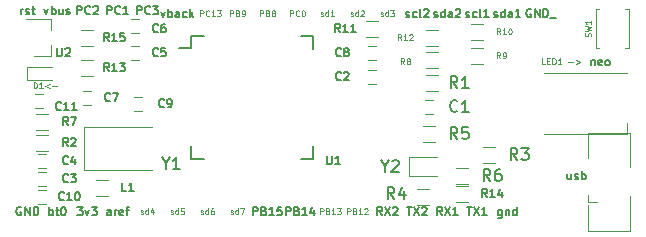
<source format=gbr>
G04 #@! TF.FileFunction,Legend,Top*
%FSLAX46Y46*%
G04 Gerber Fmt 4.6, Leading zero omitted, Abs format (unit mm)*
G04 Created by KiCad (PCBNEW 4.0.6) date 07/20/17 20:23:09*
%MOMM*%
%LPD*%
G01*
G04 APERTURE LIST*
%ADD10C,0.100000*%
%ADD11C,0.120000*%
%ADD12C,0.150000*%
%ADD13C,0.125000*%
G04 APERTURE END LIST*
D10*
D11*
X184816000Y-82712000D02*
X185516000Y-82712000D01*
X185516000Y-83912000D02*
X184816000Y-83912000D01*
X179990000Y-80172000D02*
X180690000Y-80172000D01*
X180690000Y-81372000D02*
X179990000Y-81372000D01*
X152050000Y-88808000D02*
X152750000Y-88808000D01*
X152750000Y-90008000D02*
X152050000Y-90008000D01*
X152050000Y-87284000D02*
X152750000Y-87284000D01*
X152750000Y-88484000D02*
X152050000Y-88484000D01*
X159924000Y-78140000D02*
X160624000Y-78140000D01*
X160624000Y-79340000D02*
X159924000Y-79340000D01*
X159924000Y-75854000D02*
X160624000Y-75854000D01*
X160624000Y-77054000D02*
X159924000Y-77054000D01*
X155860000Y-81950000D02*
X156560000Y-81950000D01*
X156560000Y-83150000D02*
X155860000Y-83150000D01*
X179990000Y-78140000D02*
X180690000Y-78140000D01*
X180690000Y-79340000D02*
X179990000Y-79340000D01*
X160178000Y-82458000D02*
X160878000Y-82458000D01*
X160878000Y-83658000D02*
X160178000Y-83658000D01*
X151100000Y-79948000D02*
X151100000Y-81088000D01*
X151100000Y-81088000D02*
X153200000Y-81088000D01*
X151100000Y-79948000D02*
X153200000Y-79948000D01*
X156980000Y-89490000D02*
X157980000Y-89490000D01*
X157980000Y-90850000D02*
X156980000Y-90850000D01*
X185920000Y-81960000D02*
X184920000Y-81960000D01*
X184920000Y-80600000D02*
X185920000Y-80600000D01*
X152900000Y-87040000D02*
X151900000Y-87040000D01*
X151900000Y-85680000D02*
X152900000Y-85680000D01*
X189746000Y-86696000D02*
X190746000Y-86696000D01*
X190746000Y-88056000D02*
X189746000Y-88056000D01*
X185666000Y-86278000D02*
X184666000Y-86278000D01*
X184666000Y-84918000D02*
X185666000Y-84918000D01*
X188460000Y-91358000D02*
X187460000Y-91358000D01*
X187460000Y-89998000D02*
X188460000Y-89998000D01*
X152900000Y-85262000D02*
X151900000Y-85262000D01*
X151900000Y-83902000D02*
X152900000Y-83902000D01*
X185920000Y-80055000D02*
X184920000Y-80055000D01*
X184920000Y-78695000D02*
X185920000Y-78695000D01*
X189730000Y-79674000D02*
X188730000Y-79674000D01*
X188730000Y-78314000D02*
X189730000Y-78314000D01*
X189730000Y-77642000D02*
X188730000Y-77642000D01*
X188730000Y-76282000D02*
X189730000Y-76282000D01*
X180840000Y-77388000D02*
X179840000Y-77388000D01*
X179840000Y-76028000D02*
X180840000Y-76028000D01*
X185920000Y-78150000D02*
X184920000Y-78150000D01*
X184920000Y-76790000D02*
X185920000Y-76790000D01*
D12*
X165005000Y-77375000D02*
X165005000Y-78375000D01*
X175355000Y-77375000D02*
X175355000Y-78450000D01*
X175355000Y-87725000D02*
X175355000Y-86650000D01*
X165005000Y-87725000D02*
X165005000Y-86650000D01*
X165005000Y-77375000D02*
X166080000Y-77375000D01*
X165005000Y-87725000D02*
X166080000Y-87725000D01*
X175355000Y-87725000D02*
X174280000Y-87725000D01*
X175355000Y-77375000D02*
X174280000Y-77375000D01*
X165005000Y-78375000D02*
X163980000Y-78375000D01*
D11*
X153160000Y-79050000D02*
X153160000Y-78120000D01*
X153160000Y-75890000D02*
X153160000Y-76820000D01*
X153160000Y-75890000D02*
X151000000Y-75890000D01*
X153160000Y-79050000D02*
X151700000Y-79050000D01*
X201760000Y-78358000D02*
X202060000Y-78358000D01*
X202060000Y-78358000D02*
X202060000Y-75058000D01*
X202060000Y-75058000D02*
X201760000Y-75058000D01*
X199560000Y-78358000D02*
X199260000Y-78358000D01*
X199260000Y-78358000D02*
X199260000Y-75058000D01*
X199260000Y-75058000D02*
X199560000Y-75058000D01*
X194874000Y-80458000D02*
X201874000Y-80458000D01*
X194874000Y-85658000D02*
X201874000Y-85658000D01*
X201874000Y-85658000D02*
X201874000Y-84658000D01*
X156710000Y-80690000D02*
X155710000Y-80690000D01*
X155710000Y-79330000D02*
X156710000Y-79330000D01*
X152750000Y-91532000D02*
X152050000Y-91532000D01*
X152050000Y-90332000D02*
X152750000Y-90332000D01*
X151796000Y-82204000D02*
X152496000Y-82204000D01*
X152496000Y-83404000D02*
X151796000Y-83404000D01*
X187460000Y-88474000D02*
X188460000Y-88474000D01*
X188460000Y-89834000D02*
X187460000Y-89834000D01*
X161704000Y-85068000D02*
X155954000Y-85068000D01*
X155954000Y-85068000D02*
X155954000Y-88668000D01*
X155954000Y-88668000D02*
X161704000Y-88668000D01*
X185858000Y-87592000D02*
X183458000Y-87592000D01*
X183458000Y-87592000D02*
X183458000Y-89192000D01*
X183458000Y-89192000D02*
X185858000Y-89192000D01*
X185158000Y-91612000D02*
X184158000Y-91612000D01*
X184158000Y-90252000D02*
X185158000Y-90252000D01*
X199331000Y-91362000D02*
X198581000Y-91362000D01*
X198581000Y-91362000D02*
X198581000Y-90762000D01*
X198581000Y-91662000D02*
X198581000Y-93812000D01*
X198581000Y-85512000D02*
X202131000Y-85512000D01*
X202131000Y-93812000D02*
X202131000Y-90912000D01*
X198581000Y-93812000D02*
X202131000Y-93812000D01*
X202131000Y-85512000D02*
X202131000Y-88412000D01*
X198581000Y-87662000D02*
X198581000Y-85512000D01*
X156710000Y-78150000D02*
X155710000Y-78150000D01*
X155710000Y-76790000D02*
X156710000Y-76790000D01*
D12*
X193764000Y-75088000D02*
X193697334Y-75054667D01*
X193597334Y-75054667D01*
X193497334Y-75088000D01*
X193430667Y-75154667D01*
X193397334Y-75221333D01*
X193364000Y-75354667D01*
X193364000Y-75454667D01*
X193397334Y-75588000D01*
X193430667Y-75654667D01*
X193497334Y-75721333D01*
X193597334Y-75754667D01*
X193664000Y-75754667D01*
X193764000Y-75721333D01*
X193797334Y-75688000D01*
X193797334Y-75454667D01*
X193664000Y-75454667D01*
X194097334Y-75754667D02*
X194097334Y-75054667D01*
X194497334Y-75754667D01*
X194497334Y-75054667D01*
X194830667Y-75754667D02*
X194830667Y-75054667D01*
X194997333Y-75054667D01*
X195097333Y-75088000D01*
X195164000Y-75154667D01*
X195197333Y-75221333D01*
X195230667Y-75354667D01*
X195230667Y-75454667D01*
X195197333Y-75588000D01*
X195164000Y-75654667D01*
X195097333Y-75721333D01*
X194997333Y-75754667D01*
X194830667Y-75754667D01*
X195364000Y-75821333D02*
X195897333Y-75821333D01*
X150596667Y-91852000D02*
X150530001Y-91818667D01*
X150430001Y-91818667D01*
X150330001Y-91852000D01*
X150263334Y-91918667D01*
X150230001Y-91985333D01*
X150196667Y-92118667D01*
X150196667Y-92218667D01*
X150230001Y-92352000D01*
X150263334Y-92418667D01*
X150330001Y-92485333D01*
X150430001Y-92518667D01*
X150496667Y-92518667D01*
X150596667Y-92485333D01*
X150630001Y-92452000D01*
X150630001Y-92218667D01*
X150496667Y-92218667D01*
X150930001Y-92518667D02*
X150930001Y-91818667D01*
X151330001Y-92518667D01*
X151330001Y-91818667D01*
X151663334Y-92518667D02*
X151663334Y-91818667D01*
X151830000Y-91818667D01*
X151930000Y-91852000D01*
X151996667Y-91918667D01*
X152030000Y-91985333D01*
X152063334Y-92118667D01*
X152063334Y-92218667D01*
X152030000Y-92352000D01*
X151996667Y-92418667D01*
X151930000Y-92485333D01*
X151830000Y-92518667D01*
X151663334Y-92518667D01*
X187539334Y-83669143D02*
X187491715Y-83716762D01*
X187348858Y-83764381D01*
X187253620Y-83764381D01*
X187110762Y-83716762D01*
X187015524Y-83621524D01*
X186967905Y-83526286D01*
X186920286Y-83335810D01*
X186920286Y-83192952D01*
X186967905Y-83002476D01*
X187015524Y-82907238D01*
X187110762Y-82812000D01*
X187253620Y-82764381D01*
X187348858Y-82764381D01*
X187491715Y-82812000D01*
X187539334Y-82859619D01*
X188491715Y-83764381D02*
X187920286Y-83764381D01*
X188206000Y-83764381D02*
X188206000Y-82764381D01*
X188110762Y-82907238D01*
X188015524Y-83002476D01*
X187920286Y-83050095D01*
X177683334Y-81022000D02*
X177650000Y-81055333D01*
X177550000Y-81088667D01*
X177483334Y-81088667D01*
X177383334Y-81055333D01*
X177316667Y-80988667D01*
X177283334Y-80922000D01*
X177250000Y-80788667D01*
X177250000Y-80688667D01*
X177283334Y-80555333D01*
X177316667Y-80488667D01*
X177383334Y-80422000D01*
X177483334Y-80388667D01*
X177550000Y-80388667D01*
X177650000Y-80422000D01*
X177683334Y-80455333D01*
X177950000Y-80455333D02*
X177983334Y-80422000D01*
X178050000Y-80388667D01*
X178216667Y-80388667D01*
X178283334Y-80422000D01*
X178316667Y-80455333D01*
X178350000Y-80522000D01*
X178350000Y-80588667D01*
X178316667Y-80688667D01*
X177916667Y-81088667D01*
X178350000Y-81088667D01*
X154569334Y-89658000D02*
X154536000Y-89691333D01*
X154436000Y-89724667D01*
X154369334Y-89724667D01*
X154269334Y-89691333D01*
X154202667Y-89624667D01*
X154169334Y-89558000D01*
X154136000Y-89424667D01*
X154136000Y-89324667D01*
X154169334Y-89191333D01*
X154202667Y-89124667D01*
X154269334Y-89058000D01*
X154369334Y-89024667D01*
X154436000Y-89024667D01*
X154536000Y-89058000D01*
X154569334Y-89091333D01*
X154802667Y-89024667D02*
X155236000Y-89024667D01*
X155002667Y-89291333D01*
X155102667Y-89291333D01*
X155169334Y-89324667D01*
X155202667Y-89358000D01*
X155236000Y-89424667D01*
X155236000Y-89591333D01*
X155202667Y-89658000D01*
X155169334Y-89691333D01*
X155102667Y-89724667D01*
X154902667Y-89724667D01*
X154836000Y-89691333D01*
X154802667Y-89658000D01*
X154569334Y-88134000D02*
X154536000Y-88167333D01*
X154436000Y-88200667D01*
X154369334Y-88200667D01*
X154269334Y-88167333D01*
X154202667Y-88100667D01*
X154169334Y-88034000D01*
X154136000Y-87900667D01*
X154136000Y-87800667D01*
X154169334Y-87667333D01*
X154202667Y-87600667D01*
X154269334Y-87534000D01*
X154369334Y-87500667D01*
X154436000Y-87500667D01*
X154536000Y-87534000D01*
X154569334Y-87567333D01*
X155169334Y-87734000D02*
X155169334Y-88200667D01*
X155002667Y-87467333D02*
X154836000Y-87967333D01*
X155269334Y-87967333D01*
X162189334Y-78990000D02*
X162156000Y-79023333D01*
X162056000Y-79056667D01*
X161989334Y-79056667D01*
X161889334Y-79023333D01*
X161822667Y-78956667D01*
X161789334Y-78890000D01*
X161756000Y-78756667D01*
X161756000Y-78656667D01*
X161789334Y-78523333D01*
X161822667Y-78456667D01*
X161889334Y-78390000D01*
X161989334Y-78356667D01*
X162056000Y-78356667D01*
X162156000Y-78390000D01*
X162189334Y-78423333D01*
X162822667Y-78356667D02*
X162489334Y-78356667D01*
X162456000Y-78690000D01*
X162489334Y-78656667D01*
X162556000Y-78623333D01*
X162722667Y-78623333D01*
X162789334Y-78656667D01*
X162822667Y-78690000D01*
X162856000Y-78756667D01*
X162856000Y-78923333D01*
X162822667Y-78990000D01*
X162789334Y-79023333D01*
X162722667Y-79056667D01*
X162556000Y-79056667D01*
X162489334Y-79023333D01*
X162456000Y-78990000D01*
X162189334Y-76958000D02*
X162156000Y-76991333D01*
X162056000Y-77024667D01*
X161989334Y-77024667D01*
X161889334Y-76991333D01*
X161822667Y-76924667D01*
X161789334Y-76858000D01*
X161756000Y-76724667D01*
X161756000Y-76624667D01*
X161789334Y-76491333D01*
X161822667Y-76424667D01*
X161889334Y-76358000D01*
X161989334Y-76324667D01*
X162056000Y-76324667D01*
X162156000Y-76358000D01*
X162189334Y-76391333D01*
X162789334Y-76324667D02*
X162656000Y-76324667D01*
X162589334Y-76358000D01*
X162556000Y-76391333D01*
X162489334Y-76491333D01*
X162456000Y-76624667D01*
X162456000Y-76891333D01*
X162489334Y-76958000D01*
X162522667Y-76991333D01*
X162589334Y-77024667D01*
X162722667Y-77024667D01*
X162789334Y-76991333D01*
X162822667Y-76958000D01*
X162856000Y-76891333D01*
X162856000Y-76724667D01*
X162822667Y-76658000D01*
X162789334Y-76624667D01*
X162722667Y-76591333D01*
X162589334Y-76591333D01*
X162522667Y-76624667D01*
X162489334Y-76658000D01*
X162456000Y-76724667D01*
X158125334Y-82800000D02*
X158092000Y-82833333D01*
X157992000Y-82866667D01*
X157925334Y-82866667D01*
X157825334Y-82833333D01*
X157758667Y-82766667D01*
X157725334Y-82700000D01*
X157692000Y-82566667D01*
X157692000Y-82466667D01*
X157725334Y-82333333D01*
X157758667Y-82266667D01*
X157825334Y-82200000D01*
X157925334Y-82166667D01*
X157992000Y-82166667D01*
X158092000Y-82200000D01*
X158125334Y-82233333D01*
X158358667Y-82166667D02*
X158825334Y-82166667D01*
X158525334Y-82866667D01*
X177683334Y-78990000D02*
X177650000Y-79023333D01*
X177550000Y-79056667D01*
X177483334Y-79056667D01*
X177383334Y-79023333D01*
X177316667Y-78956667D01*
X177283334Y-78890000D01*
X177250000Y-78756667D01*
X177250000Y-78656667D01*
X177283334Y-78523333D01*
X177316667Y-78456667D01*
X177383334Y-78390000D01*
X177483334Y-78356667D01*
X177550000Y-78356667D01*
X177650000Y-78390000D01*
X177683334Y-78423333D01*
X178083334Y-78656667D02*
X178016667Y-78623333D01*
X177983334Y-78590000D01*
X177950000Y-78523333D01*
X177950000Y-78490000D01*
X177983334Y-78423333D01*
X178016667Y-78390000D01*
X178083334Y-78356667D01*
X178216667Y-78356667D01*
X178283334Y-78390000D01*
X178316667Y-78423333D01*
X178350000Y-78490000D01*
X178350000Y-78523333D01*
X178316667Y-78590000D01*
X178283334Y-78623333D01*
X178216667Y-78656667D01*
X178083334Y-78656667D01*
X178016667Y-78690000D01*
X177983334Y-78723333D01*
X177950000Y-78790000D01*
X177950000Y-78923333D01*
X177983334Y-78990000D01*
X178016667Y-79023333D01*
X178083334Y-79056667D01*
X178216667Y-79056667D01*
X178283334Y-79023333D01*
X178316667Y-78990000D01*
X178350000Y-78923333D01*
X178350000Y-78790000D01*
X178316667Y-78723333D01*
X178283334Y-78690000D01*
X178216667Y-78656667D01*
X162697334Y-83308000D02*
X162664000Y-83341333D01*
X162564000Y-83374667D01*
X162497334Y-83374667D01*
X162397334Y-83341333D01*
X162330667Y-83274667D01*
X162297334Y-83208000D01*
X162264000Y-83074667D01*
X162264000Y-82974667D01*
X162297334Y-82841333D01*
X162330667Y-82774667D01*
X162397334Y-82708000D01*
X162497334Y-82674667D01*
X162564000Y-82674667D01*
X162664000Y-82708000D01*
X162697334Y-82741333D01*
X163030667Y-83374667D02*
X163164000Y-83374667D01*
X163230667Y-83341333D01*
X163264000Y-83308000D01*
X163330667Y-83208000D01*
X163364000Y-83074667D01*
X163364000Y-82808000D01*
X163330667Y-82741333D01*
X163297334Y-82708000D01*
X163230667Y-82674667D01*
X163097334Y-82674667D01*
X163030667Y-82708000D01*
X162997334Y-82741333D01*
X162964000Y-82808000D01*
X162964000Y-82974667D01*
X162997334Y-83041333D01*
X163030667Y-83074667D01*
X163097334Y-83108000D01*
X163230667Y-83108000D01*
X163297334Y-83074667D01*
X163330667Y-83041333D01*
X163364000Y-82974667D01*
D13*
X151665905Y-81760190D02*
X151665905Y-81260190D01*
X151784952Y-81260190D01*
X151856381Y-81284000D01*
X151904000Y-81331619D01*
X151927809Y-81379238D01*
X151951619Y-81474476D01*
X151951619Y-81545905D01*
X151927809Y-81641143D01*
X151904000Y-81688762D01*
X151856381Y-81736381D01*
X151784952Y-81760190D01*
X151665905Y-81760190D01*
X152427809Y-81760190D02*
X152142095Y-81760190D01*
X152284952Y-81760190D02*
X152284952Y-81260190D01*
X152237333Y-81331619D01*
X152189714Y-81379238D01*
X152142095Y-81403048D01*
X153023047Y-81426857D02*
X152642095Y-81569714D01*
X153023047Y-81712571D01*
X153261143Y-81569714D02*
X153642095Y-81569714D01*
D12*
X158183334Y-92518667D02*
X158183334Y-92152000D01*
X158150000Y-92085333D01*
X158083334Y-92052000D01*
X157950000Y-92052000D01*
X157883334Y-92085333D01*
X158183334Y-92485333D02*
X158116667Y-92518667D01*
X157950000Y-92518667D01*
X157883334Y-92485333D01*
X157850000Y-92418667D01*
X157850000Y-92352000D01*
X157883334Y-92285333D01*
X157950000Y-92252000D01*
X158116667Y-92252000D01*
X158183334Y-92218667D01*
X158516667Y-92518667D02*
X158516667Y-92052000D01*
X158516667Y-92185333D02*
X158550000Y-92118667D01*
X158583333Y-92085333D01*
X158650000Y-92052000D01*
X158716667Y-92052000D01*
X159216666Y-92485333D02*
X159150000Y-92518667D01*
X159016666Y-92518667D01*
X158950000Y-92485333D01*
X158916666Y-92418667D01*
X158916666Y-92152000D01*
X158950000Y-92085333D01*
X159016666Y-92052000D01*
X159150000Y-92052000D01*
X159216666Y-92085333D01*
X159250000Y-92152000D01*
X159250000Y-92218667D01*
X158916666Y-92285333D01*
X159450000Y-92052000D02*
X159716666Y-92052000D01*
X159550000Y-92518667D02*
X159550000Y-91918667D01*
X159583333Y-91852000D01*
X159650000Y-91818667D01*
X159716666Y-91818667D01*
X191286668Y-92052000D02*
X191286668Y-92618667D01*
X191253334Y-92685333D01*
X191220001Y-92718667D01*
X191153334Y-92752000D01*
X191053334Y-92752000D01*
X190986668Y-92718667D01*
X191286668Y-92485333D02*
X191220001Y-92518667D01*
X191086668Y-92518667D01*
X191020001Y-92485333D01*
X190986668Y-92452000D01*
X190953334Y-92385333D01*
X190953334Y-92185333D01*
X190986668Y-92118667D01*
X191020001Y-92085333D01*
X191086668Y-92052000D01*
X191220001Y-92052000D01*
X191286668Y-92085333D01*
X191620001Y-92052000D02*
X191620001Y-92518667D01*
X191620001Y-92118667D02*
X191653334Y-92085333D01*
X191720001Y-92052000D01*
X191820001Y-92052000D01*
X191886667Y-92085333D01*
X191920001Y-92152000D01*
X191920001Y-92518667D01*
X192553334Y-92518667D02*
X192553334Y-91818667D01*
X192553334Y-92485333D02*
X192486667Y-92518667D01*
X192353334Y-92518667D01*
X192286667Y-92485333D01*
X192253334Y-92452000D01*
X192220000Y-92385333D01*
X192220000Y-92185333D01*
X192253334Y-92118667D01*
X192286667Y-92085333D01*
X192353334Y-92052000D01*
X192486667Y-92052000D01*
X192553334Y-92085333D01*
X162446667Y-75288000D02*
X162613334Y-75754667D01*
X162780000Y-75288000D01*
X163046667Y-75754667D02*
X163046667Y-75054667D01*
X163046667Y-75321333D02*
X163113333Y-75288000D01*
X163246667Y-75288000D01*
X163313333Y-75321333D01*
X163346667Y-75354667D01*
X163380000Y-75421333D01*
X163380000Y-75621333D01*
X163346667Y-75688000D01*
X163313333Y-75721333D01*
X163246667Y-75754667D01*
X163113333Y-75754667D01*
X163046667Y-75721333D01*
X163980000Y-75754667D02*
X163980000Y-75388000D01*
X163946666Y-75321333D01*
X163880000Y-75288000D01*
X163746666Y-75288000D01*
X163680000Y-75321333D01*
X163980000Y-75721333D02*
X163913333Y-75754667D01*
X163746666Y-75754667D01*
X163680000Y-75721333D01*
X163646666Y-75654667D01*
X163646666Y-75588000D01*
X163680000Y-75521333D01*
X163746666Y-75488000D01*
X163913333Y-75488000D01*
X163980000Y-75454667D01*
X164613333Y-75721333D02*
X164546666Y-75754667D01*
X164413333Y-75754667D01*
X164346666Y-75721333D01*
X164313333Y-75688000D01*
X164279999Y-75621333D01*
X164279999Y-75421333D01*
X164313333Y-75354667D01*
X164346666Y-75321333D01*
X164413333Y-75288000D01*
X164546666Y-75288000D01*
X164613333Y-75321333D01*
X164913333Y-75754667D02*
X164913333Y-75054667D01*
X164979999Y-75488000D02*
X165179999Y-75754667D01*
X165179999Y-75288000D02*
X164913333Y-75554667D01*
X155376667Y-91818667D02*
X155810000Y-91818667D01*
X155576667Y-92085333D01*
X155676667Y-92085333D01*
X155743334Y-92118667D01*
X155776667Y-92152000D01*
X155810000Y-92218667D01*
X155810000Y-92385333D01*
X155776667Y-92452000D01*
X155743334Y-92485333D01*
X155676667Y-92518667D01*
X155476667Y-92518667D01*
X155410000Y-92485333D01*
X155376667Y-92452000D01*
X156043334Y-92052000D02*
X156210001Y-92518667D01*
X156376667Y-92052000D01*
X156576667Y-91818667D02*
X157010000Y-91818667D01*
X156776667Y-92085333D01*
X156876667Y-92085333D01*
X156943334Y-92118667D01*
X156976667Y-92152000D01*
X157010000Y-92218667D01*
X157010000Y-92385333D01*
X156976667Y-92452000D01*
X156943334Y-92485333D01*
X156876667Y-92518667D01*
X156676667Y-92518667D01*
X156610000Y-92485333D01*
X156576667Y-92452000D01*
X152986667Y-92518667D02*
X152986667Y-91818667D01*
X152986667Y-92085333D02*
X153053333Y-92052000D01*
X153186667Y-92052000D01*
X153253333Y-92085333D01*
X153286667Y-92118667D01*
X153320000Y-92185333D01*
X153320000Y-92385333D01*
X153286667Y-92452000D01*
X153253333Y-92485333D01*
X153186667Y-92518667D01*
X153053333Y-92518667D01*
X152986667Y-92485333D01*
X153520000Y-92052000D02*
X153786666Y-92052000D01*
X153620000Y-91818667D02*
X153620000Y-92418667D01*
X153653333Y-92485333D01*
X153720000Y-92518667D01*
X153786666Y-92518667D01*
X154153333Y-91818667D02*
X154220000Y-91818667D01*
X154286666Y-91852000D01*
X154320000Y-91885333D01*
X154353333Y-91952000D01*
X154386666Y-92085333D01*
X154386666Y-92252000D01*
X154353333Y-92385333D01*
X154320000Y-92452000D01*
X154286666Y-92485333D01*
X154220000Y-92518667D01*
X154153333Y-92518667D01*
X154086666Y-92485333D01*
X154053333Y-92452000D01*
X154020000Y-92385333D01*
X153986666Y-92252000D01*
X153986666Y-92085333D01*
X154020000Y-91952000D01*
X154053333Y-91885333D01*
X154086666Y-91852000D01*
X154153333Y-91818667D01*
X188263333Y-75721333D02*
X188330000Y-75754667D01*
X188463333Y-75754667D01*
X188530000Y-75721333D01*
X188563333Y-75654667D01*
X188563333Y-75621333D01*
X188530000Y-75554667D01*
X188463333Y-75521333D01*
X188363333Y-75521333D01*
X188296667Y-75488000D01*
X188263333Y-75421333D01*
X188263333Y-75388000D01*
X188296667Y-75321333D01*
X188363333Y-75288000D01*
X188463333Y-75288000D01*
X188530000Y-75321333D01*
X189163334Y-75721333D02*
X189096667Y-75754667D01*
X188963334Y-75754667D01*
X188896667Y-75721333D01*
X188863334Y-75688000D01*
X188830000Y-75621333D01*
X188830000Y-75421333D01*
X188863334Y-75354667D01*
X188896667Y-75321333D01*
X188963334Y-75288000D01*
X189096667Y-75288000D01*
X189163334Y-75321333D01*
X189563334Y-75754667D02*
X189496667Y-75721333D01*
X189463334Y-75654667D01*
X189463334Y-75054667D01*
X190196667Y-75754667D02*
X189796667Y-75754667D01*
X189996667Y-75754667D02*
X189996667Y-75054667D01*
X189930001Y-75154667D01*
X189863334Y-75221333D01*
X189796667Y-75254667D01*
X190653333Y-75721333D02*
X190720000Y-75754667D01*
X190853333Y-75754667D01*
X190920000Y-75721333D01*
X190953333Y-75654667D01*
X190953333Y-75621333D01*
X190920000Y-75554667D01*
X190853333Y-75521333D01*
X190753333Y-75521333D01*
X190686667Y-75488000D01*
X190653333Y-75421333D01*
X190653333Y-75388000D01*
X190686667Y-75321333D01*
X190753333Y-75288000D01*
X190853333Y-75288000D01*
X190920000Y-75321333D01*
X191553334Y-75754667D02*
X191553334Y-75054667D01*
X191553334Y-75721333D02*
X191486667Y-75754667D01*
X191353334Y-75754667D01*
X191286667Y-75721333D01*
X191253334Y-75688000D01*
X191220000Y-75621333D01*
X191220000Y-75421333D01*
X191253334Y-75354667D01*
X191286667Y-75321333D01*
X191353334Y-75288000D01*
X191486667Y-75288000D01*
X191553334Y-75321333D01*
X192186667Y-75754667D02*
X192186667Y-75388000D01*
X192153333Y-75321333D01*
X192086667Y-75288000D01*
X191953333Y-75288000D01*
X191886667Y-75321333D01*
X192186667Y-75721333D02*
X192120000Y-75754667D01*
X191953333Y-75754667D01*
X191886667Y-75721333D01*
X191853333Y-75654667D01*
X191853333Y-75588000D01*
X191886667Y-75521333D01*
X191953333Y-75488000D01*
X192120000Y-75488000D01*
X192186667Y-75454667D01*
X192886666Y-75754667D02*
X192486666Y-75754667D01*
X192686666Y-75754667D02*
X192686666Y-75054667D01*
X192620000Y-75154667D01*
X192553333Y-75221333D01*
X192486666Y-75254667D01*
X183183333Y-75721333D02*
X183250000Y-75754667D01*
X183383333Y-75754667D01*
X183450000Y-75721333D01*
X183483333Y-75654667D01*
X183483333Y-75621333D01*
X183450000Y-75554667D01*
X183383333Y-75521333D01*
X183283333Y-75521333D01*
X183216667Y-75488000D01*
X183183333Y-75421333D01*
X183183333Y-75388000D01*
X183216667Y-75321333D01*
X183283333Y-75288000D01*
X183383333Y-75288000D01*
X183450000Y-75321333D01*
X184083334Y-75721333D02*
X184016667Y-75754667D01*
X183883334Y-75754667D01*
X183816667Y-75721333D01*
X183783334Y-75688000D01*
X183750000Y-75621333D01*
X183750000Y-75421333D01*
X183783334Y-75354667D01*
X183816667Y-75321333D01*
X183883334Y-75288000D01*
X184016667Y-75288000D01*
X184083334Y-75321333D01*
X184483334Y-75754667D02*
X184416667Y-75721333D01*
X184383334Y-75654667D01*
X184383334Y-75054667D01*
X184716667Y-75121333D02*
X184750001Y-75088000D01*
X184816667Y-75054667D01*
X184983334Y-75054667D01*
X185050001Y-75088000D01*
X185083334Y-75121333D01*
X185116667Y-75188000D01*
X185116667Y-75254667D01*
X185083334Y-75354667D01*
X184683334Y-75754667D01*
X185116667Y-75754667D01*
X185573333Y-75721333D02*
X185640000Y-75754667D01*
X185773333Y-75754667D01*
X185840000Y-75721333D01*
X185873333Y-75654667D01*
X185873333Y-75621333D01*
X185840000Y-75554667D01*
X185773333Y-75521333D01*
X185673333Y-75521333D01*
X185606667Y-75488000D01*
X185573333Y-75421333D01*
X185573333Y-75388000D01*
X185606667Y-75321333D01*
X185673333Y-75288000D01*
X185773333Y-75288000D01*
X185840000Y-75321333D01*
X186473334Y-75754667D02*
X186473334Y-75054667D01*
X186473334Y-75721333D02*
X186406667Y-75754667D01*
X186273334Y-75754667D01*
X186206667Y-75721333D01*
X186173334Y-75688000D01*
X186140000Y-75621333D01*
X186140000Y-75421333D01*
X186173334Y-75354667D01*
X186206667Y-75321333D01*
X186273334Y-75288000D01*
X186406667Y-75288000D01*
X186473334Y-75321333D01*
X187106667Y-75754667D02*
X187106667Y-75388000D01*
X187073333Y-75321333D01*
X187006667Y-75288000D01*
X186873333Y-75288000D01*
X186806667Y-75321333D01*
X187106667Y-75721333D02*
X187040000Y-75754667D01*
X186873333Y-75754667D01*
X186806667Y-75721333D01*
X186773333Y-75654667D01*
X186773333Y-75588000D01*
X186806667Y-75521333D01*
X186873333Y-75488000D01*
X187040000Y-75488000D01*
X187106667Y-75454667D01*
X187406666Y-75121333D02*
X187440000Y-75088000D01*
X187506666Y-75054667D01*
X187673333Y-75054667D01*
X187740000Y-75088000D01*
X187773333Y-75121333D01*
X187806666Y-75188000D01*
X187806666Y-75254667D01*
X187773333Y-75354667D01*
X187373333Y-75754667D01*
X187806666Y-75754667D01*
X188363334Y-91818667D02*
X188763334Y-91818667D01*
X188563334Y-92518667D02*
X188563334Y-91818667D01*
X188930000Y-91818667D02*
X189396667Y-92518667D01*
X189396667Y-91818667D02*
X188930000Y-92518667D01*
X190030000Y-92518667D02*
X189630000Y-92518667D01*
X189830000Y-92518667D02*
X189830000Y-91818667D01*
X189763334Y-91918667D01*
X189696667Y-91985333D01*
X189630000Y-92018667D01*
X186240000Y-92518667D02*
X186006666Y-92185333D01*
X185840000Y-92518667D02*
X185840000Y-91818667D01*
X186106666Y-91818667D01*
X186173333Y-91852000D01*
X186206666Y-91885333D01*
X186240000Y-91952000D01*
X186240000Y-92052000D01*
X186206666Y-92118667D01*
X186173333Y-92152000D01*
X186106666Y-92185333D01*
X185840000Y-92185333D01*
X186473333Y-91818667D02*
X186940000Y-92518667D01*
X186940000Y-91818667D02*
X186473333Y-92518667D01*
X187573333Y-92518667D02*
X187173333Y-92518667D01*
X187373333Y-92518667D02*
X187373333Y-91818667D01*
X187306667Y-91918667D01*
X187240000Y-91985333D01*
X187173333Y-92018667D01*
X183283334Y-91818667D02*
X183683334Y-91818667D01*
X183483334Y-92518667D02*
X183483334Y-91818667D01*
X183850000Y-91818667D02*
X184316667Y-92518667D01*
X184316667Y-91818667D02*
X183850000Y-92518667D01*
X184550000Y-91885333D02*
X184583334Y-91852000D01*
X184650000Y-91818667D01*
X184816667Y-91818667D01*
X184883334Y-91852000D01*
X184916667Y-91885333D01*
X184950000Y-91952000D01*
X184950000Y-92018667D01*
X184916667Y-92118667D01*
X184516667Y-92518667D01*
X184950000Y-92518667D01*
X181160000Y-92518667D02*
X180926666Y-92185333D01*
X180760000Y-92518667D02*
X180760000Y-91818667D01*
X181026666Y-91818667D01*
X181093333Y-91852000D01*
X181126666Y-91885333D01*
X181160000Y-91952000D01*
X181160000Y-92052000D01*
X181126666Y-92118667D01*
X181093333Y-92152000D01*
X181026666Y-92185333D01*
X180760000Y-92185333D01*
X181393333Y-91818667D02*
X181860000Y-92518667D01*
X181860000Y-91818667D02*
X181393333Y-92518667D01*
X182093333Y-91885333D02*
X182126667Y-91852000D01*
X182193333Y-91818667D01*
X182360000Y-91818667D01*
X182426667Y-91852000D01*
X182460000Y-91885333D01*
X182493333Y-91952000D01*
X182493333Y-92018667D01*
X182460000Y-92118667D01*
X182060000Y-92518667D01*
X182493333Y-92518667D01*
D13*
X175926858Y-92428190D02*
X175926858Y-91928190D01*
X176117334Y-91928190D01*
X176164953Y-91952000D01*
X176188762Y-91975810D01*
X176212572Y-92023429D01*
X176212572Y-92094857D01*
X176188762Y-92142476D01*
X176164953Y-92166286D01*
X176117334Y-92190095D01*
X175926858Y-92190095D01*
X176593524Y-92166286D02*
X176664953Y-92190095D01*
X176688762Y-92213905D01*
X176712572Y-92261524D01*
X176712572Y-92332952D01*
X176688762Y-92380571D01*
X176664953Y-92404381D01*
X176617334Y-92428190D01*
X176426858Y-92428190D01*
X176426858Y-91928190D01*
X176593524Y-91928190D01*
X176641143Y-91952000D01*
X176664953Y-91975810D01*
X176688762Y-92023429D01*
X176688762Y-92071048D01*
X176664953Y-92118667D01*
X176641143Y-92142476D01*
X176593524Y-92166286D01*
X176426858Y-92166286D01*
X177188762Y-92428190D02*
X176903048Y-92428190D01*
X177045905Y-92428190D02*
X177045905Y-91928190D01*
X176998286Y-91999619D01*
X176950667Y-92047238D01*
X176903048Y-92071048D01*
X177355429Y-91928190D02*
X177664952Y-91928190D01*
X177498286Y-92118667D01*
X177569714Y-92118667D01*
X177617333Y-92142476D01*
X177641143Y-92166286D01*
X177664952Y-92213905D01*
X177664952Y-92332952D01*
X177641143Y-92380571D01*
X177617333Y-92404381D01*
X177569714Y-92428190D01*
X177426857Y-92428190D01*
X177379238Y-92404381D01*
X177355429Y-92380571D01*
D12*
X173044000Y-92518667D02*
X173044000Y-91818667D01*
X173310666Y-91818667D01*
X173377333Y-91852000D01*
X173410666Y-91885333D01*
X173444000Y-91952000D01*
X173444000Y-92052000D01*
X173410666Y-92118667D01*
X173377333Y-92152000D01*
X173310666Y-92185333D01*
X173044000Y-92185333D01*
X173977333Y-92152000D02*
X174077333Y-92185333D01*
X174110666Y-92218667D01*
X174144000Y-92285333D01*
X174144000Y-92385333D01*
X174110666Y-92452000D01*
X174077333Y-92485333D01*
X174010666Y-92518667D01*
X173744000Y-92518667D01*
X173744000Y-91818667D01*
X173977333Y-91818667D01*
X174044000Y-91852000D01*
X174077333Y-91885333D01*
X174110666Y-91952000D01*
X174110666Y-92018667D01*
X174077333Y-92085333D01*
X174044000Y-92118667D01*
X173977333Y-92152000D01*
X173744000Y-92152000D01*
X174810666Y-92518667D02*
X174410666Y-92518667D01*
X174610666Y-92518667D02*
X174610666Y-91818667D01*
X174544000Y-91918667D01*
X174477333Y-91985333D01*
X174410666Y-92018667D01*
X175410667Y-92052000D02*
X175410667Y-92518667D01*
X175244000Y-91785333D02*
X175077333Y-92285333D01*
X175510667Y-92285333D01*
X170250000Y-92518667D02*
X170250000Y-91818667D01*
X170516666Y-91818667D01*
X170583333Y-91852000D01*
X170616666Y-91885333D01*
X170650000Y-91952000D01*
X170650000Y-92052000D01*
X170616666Y-92118667D01*
X170583333Y-92152000D01*
X170516666Y-92185333D01*
X170250000Y-92185333D01*
X171183333Y-92152000D02*
X171283333Y-92185333D01*
X171316666Y-92218667D01*
X171350000Y-92285333D01*
X171350000Y-92385333D01*
X171316666Y-92452000D01*
X171283333Y-92485333D01*
X171216666Y-92518667D01*
X170950000Y-92518667D01*
X170950000Y-91818667D01*
X171183333Y-91818667D01*
X171250000Y-91852000D01*
X171283333Y-91885333D01*
X171316666Y-91952000D01*
X171316666Y-92018667D01*
X171283333Y-92085333D01*
X171250000Y-92118667D01*
X171183333Y-92152000D01*
X170950000Y-92152000D01*
X172016666Y-92518667D02*
X171616666Y-92518667D01*
X171816666Y-92518667D02*
X171816666Y-91818667D01*
X171750000Y-91918667D01*
X171683333Y-91985333D01*
X171616666Y-92018667D01*
X172650000Y-91818667D02*
X172316667Y-91818667D01*
X172283333Y-92152000D01*
X172316667Y-92118667D01*
X172383333Y-92085333D01*
X172550000Y-92085333D01*
X172616667Y-92118667D01*
X172650000Y-92152000D01*
X172683333Y-92218667D01*
X172683333Y-92385333D01*
X172650000Y-92452000D01*
X172616667Y-92485333D01*
X172550000Y-92518667D01*
X172383333Y-92518667D01*
X172316667Y-92485333D01*
X172283333Y-92452000D01*
X159522333Y-90486667D02*
X159189000Y-90486667D01*
X159189000Y-89786667D01*
X160122333Y-90486667D02*
X159722333Y-90486667D01*
X159922333Y-90486667D02*
X159922333Y-89786667D01*
X159855667Y-89886667D01*
X159789000Y-89953333D01*
X159722333Y-89986667D01*
X187539334Y-81732381D02*
X187206000Y-81256190D01*
X186967905Y-81732381D02*
X186967905Y-80732381D01*
X187348858Y-80732381D01*
X187444096Y-80780000D01*
X187491715Y-80827619D01*
X187539334Y-80922857D01*
X187539334Y-81065714D01*
X187491715Y-81160952D01*
X187444096Y-81208571D01*
X187348858Y-81256190D01*
X186967905Y-81256190D01*
X188491715Y-81732381D02*
X187920286Y-81732381D01*
X188206000Y-81732381D02*
X188206000Y-80732381D01*
X188110762Y-80875238D01*
X188015524Y-80970476D01*
X187920286Y-81018095D01*
X154569334Y-86676667D02*
X154336000Y-86343333D01*
X154169334Y-86676667D02*
X154169334Y-85976667D01*
X154436000Y-85976667D01*
X154502667Y-86010000D01*
X154536000Y-86043333D01*
X154569334Y-86110000D01*
X154569334Y-86210000D01*
X154536000Y-86276667D01*
X154502667Y-86310000D01*
X154436000Y-86343333D01*
X154169334Y-86343333D01*
X154836000Y-86043333D02*
X154869334Y-86010000D01*
X154936000Y-85976667D01*
X155102667Y-85976667D01*
X155169334Y-86010000D01*
X155202667Y-86043333D01*
X155236000Y-86110000D01*
X155236000Y-86176667D01*
X155202667Y-86276667D01*
X154802667Y-86676667D01*
X155236000Y-86676667D01*
X192619334Y-87828381D02*
X192286000Y-87352190D01*
X192047905Y-87828381D02*
X192047905Y-86828381D01*
X192428858Y-86828381D01*
X192524096Y-86876000D01*
X192571715Y-86923619D01*
X192619334Y-87018857D01*
X192619334Y-87161714D01*
X192571715Y-87256952D01*
X192524096Y-87304571D01*
X192428858Y-87352190D01*
X192047905Y-87352190D01*
X192952667Y-86828381D02*
X193571715Y-86828381D01*
X193238381Y-87209333D01*
X193381239Y-87209333D01*
X193476477Y-87256952D01*
X193524096Y-87304571D01*
X193571715Y-87399810D01*
X193571715Y-87637905D01*
X193524096Y-87733143D01*
X193476477Y-87780762D01*
X193381239Y-87828381D01*
X193095524Y-87828381D01*
X193000286Y-87780762D01*
X192952667Y-87733143D01*
X187539334Y-86050381D02*
X187206000Y-85574190D01*
X186967905Y-86050381D02*
X186967905Y-85050381D01*
X187348858Y-85050381D01*
X187444096Y-85098000D01*
X187491715Y-85145619D01*
X187539334Y-85240857D01*
X187539334Y-85383714D01*
X187491715Y-85478952D01*
X187444096Y-85526571D01*
X187348858Y-85574190D01*
X186967905Y-85574190D01*
X188444096Y-85050381D02*
X187967905Y-85050381D01*
X187920286Y-85526571D01*
X187967905Y-85478952D01*
X188063143Y-85431333D01*
X188301239Y-85431333D01*
X188396477Y-85478952D01*
X188444096Y-85526571D01*
X188491715Y-85621810D01*
X188491715Y-85859905D01*
X188444096Y-85955143D01*
X188396477Y-86002762D01*
X188301239Y-86050381D01*
X188063143Y-86050381D01*
X187967905Y-86002762D01*
X187920286Y-85955143D01*
X190333334Y-89606381D02*
X190000000Y-89130190D01*
X189761905Y-89606381D02*
X189761905Y-88606381D01*
X190142858Y-88606381D01*
X190238096Y-88654000D01*
X190285715Y-88701619D01*
X190333334Y-88796857D01*
X190333334Y-88939714D01*
X190285715Y-89034952D01*
X190238096Y-89082571D01*
X190142858Y-89130190D01*
X189761905Y-89130190D01*
X191190477Y-88606381D02*
X191000000Y-88606381D01*
X190904762Y-88654000D01*
X190857143Y-88701619D01*
X190761905Y-88844476D01*
X190714286Y-89034952D01*
X190714286Y-89415905D01*
X190761905Y-89511143D01*
X190809524Y-89558762D01*
X190904762Y-89606381D01*
X191095239Y-89606381D01*
X191190477Y-89558762D01*
X191238096Y-89511143D01*
X191285715Y-89415905D01*
X191285715Y-89177810D01*
X191238096Y-89082571D01*
X191190477Y-89034952D01*
X191095239Y-88987333D01*
X190904762Y-88987333D01*
X190809524Y-89034952D01*
X190761905Y-89082571D01*
X190714286Y-89177810D01*
X154569334Y-84898667D02*
X154336000Y-84565333D01*
X154169334Y-84898667D02*
X154169334Y-84198667D01*
X154436000Y-84198667D01*
X154502667Y-84232000D01*
X154536000Y-84265333D01*
X154569334Y-84332000D01*
X154569334Y-84432000D01*
X154536000Y-84498667D01*
X154502667Y-84532000D01*
X154436000Y-84565333D01*
X154169334Y-84565333D01*
X154802667Y-84198667D02*
X155269334Y-84198667D01*
X154969334Y-84898667D01*
D13*
X183050667Y-79728190D02*
X182884000Y-79490095D01*
X182764953Y-79728190D02*
X182764953Y-79228190D01*
X182955429Y-79228190D01*
X183003048Y-79252000D01*
X183026857Y-79275810D01*
X183050667Y-79323429D01*
X183050667Y-79394857D01*
X183026857Y-79442476D01*
X183003048Y-79466286D01*
X182955429Y-79490095D01*
X182764953Y-79490095D01*
X183336381Y-79442476D02*
X183288762Y-79418667D01*
X183264953Y-79394857D01*
X183241143Y-79347238D01*
X183241143Y-79323429D01*
X183264953Y-79275810D01*
X183288762Y-79252000D01*
X183336381Y-79228190D01*
X183431619Y-79228190D01*
X183479238Y-79252000D01*
X183503048Y-79275810D01*
X183526857Y-79323429D01*
X183526857Y-79347238D01*
X183503048Y-79394857D01*
X183479238Y-79418667D01*
X183431619Y-79442476D01*
X183336381Y-79442476D01*
X183288762Y-79466286D01*
X183264953Y-79490095D01*
X183241143Y-79537714D01*
X183241143Y-79632952D01*
X183264953Y-79680571D01*
X183288762Y-79704381D01*
X183336381Y-79728190D01*
X183431619Y-79728190D01*
X183479238Y-79704381D01*
X183503048Y-79680571D01*
X183526857Y-79632952D01*
X183526857Y-79537714D01*
X183503048Y-79490095D01*
X183479238Y-79466286D01*
X183431619Y-79442476D01*
X191178667Y-79220190D02*
X191012000Y-78982095D01*
X190892953Y-79220190D02*
X190892953Y-78720190D01*
X191083429Y-78720190D01*
X191131048Y-78744000D01*
X191154857Y-78767810D01*
X191178667Y-78815429D01*
X191178667Y-78886857D01*
X191154857Y-78934476D01*
X191131048Y-78958286D01*
X191083429Y-78982095D01*
X190892953Y-78982095D01*
X191416762Y-79220190D02*
X191512000Y-79220190D01*
X191559619Y-79196381D01*
X191583429Y-79172571D01*
X191631048Y-79101143D01*
X191654857Y-79005905D01*
X191654857Y-78815429D01*
X191631048Y-78767810D01*
X191607238Y-78744000D01*
X191559619Y-78720190D01*
X191464381Y-78720190D01*
X191416762Y-78744000D01*
X191392953Y-78767810D01*
X191369143Y-78815429D01*
X191369143Y-78934476D01*
X191392953Y-78982095D01*
X191416762Y-79005905D01*
X191464381Y-79029714D01*
X191559619Y-79029714D01*
X191607238Y-79005905D01*
X191631048Y-78982095D01*
X191654857Y-78934476D01*
X191194572Y-77188190D02*
X191027905Y-76950095D01*
X190908858Y-77188190D02*
X190908858Y-76688190D01*
X191099334Y-76688190D01*
X191146953Y-76712000D01*
X191170762Y-76735810D01*
X191194572Y-76783429D01*
X191194572Y-76854857D01*
X191170762Y-76902476D01*
X191146953Y-76926286D01*
X191099334Y-76950095D01*
X190908858Y-76950095D01*
X191670762Y-77188190D02*
X191385048Y-77188190D01*
X191527905Y-77188190D02*
X191527905Y-76688190D01*
X191480286Y-76759619D01*
X191432667Y-76807238D01*
X191385048Y-76831048D01*
X191980286Y-76688190D02*
X192027905Y-76688190D01*
X192075524Y-76712000D01*
X192099333Y-76735810D01*
X192123143Y-76783429D01*
X192146952Y-76878667D01*
X192146952Y-76997714D01*
X192123143Y-77092952D01*
X192099333Y-77140571D01*
X192075524Y-77164381D01*
X192027905Y-77188190D01*
X191980286Y-77188190D01*
X191932667Y-77164381D01*
X191908857Y-77140571D01*
X191885048Y-77092952D01*
X191861238Y-76997714D01*
X191861238Y-76878667D01*
X191885048Y-76783429D01*
X191908857Y-76735810D01*
X191932667Y-76712000D01*
X191980286Y-76688190D01*
D12*
X177604000Y-77024667D02*
X177370666Y-76691333D01*
X177204000Y-77024667D02*
X177204000Y-76324667D01*
X177470666Y-76324667D01*
X177537333Y-76358000D01*
X177570666Y-76391333D01*
X177604000Y-76458000D01*
X177604000Y-76558000D01*
X177570666Y-76624667D01*
X177537333Y-76658000D01*
X177470666Y-76691333D01*
X177204000Y-76691333D01*
X178270666Y-77024667D02*
X177870666Y-77024667D01*
X178070666Y-77024667D02*
X178070666Y-76324667D01*
X178004000Y-76424667D01*
X177937333Y-76491333D01*
X177870666Y-76524667D01*
X178937333Y-77024667D02*
X178537333Y-77024667D01*
X178737333Y-77024667D02*
X178737333Y-76324667D01*
X178670667Y-76424667D01*
X178604000Y-76491333D01*
X178537333Y-76524667D01*
D13*
X182812572Y-77696190D02*
X182645905Y-77458095D01*
X182526858Y-77696190D02*
X182526858Y-77196190D01*
X182717334Y-77196190D01*
X182764953Y-77220000D01*
X182788762Y-77243810D01*
X182812572Y-77291429D01*
X182812572Y-77362857D01*
X182788762Y-77410476D01*
X182764953Y-77434286D01*
X182717334Y-77458095D01*
X182526858Y-77458095D01*
X183288762Y-77696190D02*
X183003048Y-77696190D01*
X183145905Y-77696190D02*
X183145905Y-77196190D01*
X183098286Y-77267619D01*
X183050667Y-77315238D01*
X183003048Y-77339048D01*
X183479238Y-77243810D02*
X183503048Y-77220000D01*
X183550667Y-77196190D01*
X183669714Y-77196190D01*
X183717333Y-77220000D01*
X183741143Y-77243810D01*
X183764952Y-77291429D01*
X183764952Y-77339048D01*
X183741143Y-77410476D01*
X183455429Y-77696190D01*
X183764952Y-77696190D01*
D12*
X176504667Y-87500667D02*
X176504667Y-88067333D01*
X176538000Y-88134000D01*
X176571333Y-88167333D01*
X176638000Y-88200667D01*
X176771333Y-88200667D01*
X176838000Y-88167333D01*
X176871333Y-88134000D01*
X176904667Y-88067333D01*
X176904667Y-87500667D01*
X177604666Y-88200667D02*
X177204666Y-88200667D01*
X177404666Y-88200667D02*
X177404666Y-87500667D01*
X177338000Y-87600667D01*
X177271333Y-87667333D01*
X177204666Y-87700667D01*
X153644667Y-78356667D02*
X153644667Y-78923333D01*
X153678000Y-78990000D01*
X153711333Y-79023333D01*
X153778000Y-79056667D01*
X153911333Y-79056667D01*
X153978000Y-79023333D01*
X154011333Y-78990000D01*
X154044667Y-78923333D01*
X154044667Y-78356667D01*
X154344666Y-78423333D02*
X154378000Y-78390000D01*
X154444666Y-78356667D01*
X154611333Y-78356667D01*
X154678000Y-78390000D01*
X154711333Y-78423333D01*
X154744666Y-78490000D01*
X154744666Y-78556667D01*
X154711333Y-78656667D01*
X154311333Y-79056667D01*
X154744666Y-79056667D01*
D13*
X163258572Y-92404381D02*
X163306191Y-92428190D01*
X163401429Y-92428190D01*
X163449048Y-92404381D01*
X163472858Y-92356762D01*
X163472858Y-92332952D01*
X163449048Y-92285333D01*
X163401429Y-92261524D01*
X163330001Y-92261524D01*
X163282382Y-92237714D01*
X163258572Y-92190095D01*
X163258572Y-92166286D01*
X163282382Y-92118667D01*
X163330001Y-92094857D01*
X163401429Y-92094857D01*
X163449048Y-92118667D01*
X163901429Y-92428190D02*
X163901429Y-91928190D01*
X163901429Y-92404381D02*
X163853810Y-92428190D01*
X163758572Y-92428190D01*
X163710953Y-92404381D01*
X163687144Y-92380571D01*
X163663334Y-92332952D01*
X163663334Y-92190095D01*
X163687144Y-92142476D01*
X163710953Y-92118667D01*
X163758572Y-92094857D01*
X163853810Y-92094857D01*
X163901429Y-92118667D01*
X164377620Y-91928190D02*
X164139525Y-91928190D01*
X164115715Y-92166286D01*
X164139525Y-92142476D01*
X164187144Y-92118667D01*
X164306191Y-92118667D01*
X164353810Y-92142476D01*
X164377620Y-92166286D01*
X164401429Y-92213905D01*
X164401429Y-92332952D01*
X164377620Y-92380571D01*
X164353810Y-92404381D01*
X164306191Y-92428190D01*
X164187144Y-92428190D01*
X164139525Y-92404381D01*
X164115715Y-92380571D01*
X175958572Y-75640381D02*
X176006191Y-75664190D01*
X176101429Y-75664190D01*
X176149048Y-75640381D01*
X176172858Y-75592762D01*
X176172858Y-75568952D01*
X176149048Y-75521333D01*
X176101429Y-75497524D01*
X176030001Y-75497524D01*
X175982382Y-75473714D01*
X175958572Y-75426095D01*
X175958572Y-75402286D01*
X175982382Y-75354667D01*
X176030001Y-75330857D01*
X176101429Y-75330857D01*
X176149048Y-75354667D01*
X176601429Y-75664190D02*
X176601429Y-75164190D01*
X176601429Y-75640381D02*
X176553810Y-75664190D01*
X176458572Y-75664190D01*
X176410953Y-75640381D01*
X176387144Y-75616571D01*
X176363334Y-75568952D01*
X176363334Y-75426095D01*
X176387144Y-75378476D01*
X176410953Y-75354667D01*
X176458572Y-75330857D01*
X176553810Y-75330857D01*
X176601429Y-75354667D01*
X177101429Y-75664190D02*
X176815715Y-75664190D01*
X176958572Y-75664190D02*
X176958572Y-75164190D01*
X176910953Y-75235619D01*
X176863334Y-75283238D01*
X176815715Y-75307048D01*
X160718572Y-92404381D02*
X160766191Y-92428190D01*
X160861429Y-92428190D01*
X160909048Y-92404381D01*
X160932858Y-92356762D01*
X160932858Y-92332952D01*
X160909048Y-92285333D01*
X160861429Y-92261524D01*
X160790001Y-92261524D01*
X160742382Y-92237714D01*
X160718572Y-92190095D01*
X160718572Y-92166286D01*
X160742382Y-92118667D01*
X160790001Y-92094857D01*
X160861429Y-92094857D01*
X160909048Y-92118667D01*
X161361429Y-92428190D02*
X161361429Y-91928190D01*
X161361429Y-92404381D02*
X161313810Y-92428190D01*
X161218572Y-92428190D01*
X161170953Y-92404381D01*
X161147144Y-92380571D01*
X161123334Y-92332952D01*
X161123334Y-92190095D01*
X161147144Y-92142476D01*
X161170953Y-92118667D01*
X161218572Y-92094857D01*
X161313810Y-92094857D01*
X161361429Y-92118667D01*
X161813810Y-92094857D02*
X161813810Y-92428190D01*
X161694763Y-91904381D02*
X161575715Y-92261524D01*
X161885239Y-92261524D01*
X178498572Y-75640381D02*
X178546191Y-75664190D01*
X178641429Y-75664190D01*
X178689048Y-75640381D01*
X178712858Y-75592762D01*
X178712858Y-75568952D01*
X178689048Y-75521333D01*
X178641429Y-75497524D01*
X178570001Y-75497524D01*
X178522382Y-75473714D01*
X178498572Y-75426095D01*
X178498572Y-75402286D01*
X178522382Y-75354667D01*
X178570001Y-75330857D01*
X178641429Y-75330857D01*
X178689048Y-75354667D01*
X179141429Y-75664190D02*
X179141429Y-75164190D01*
X179141429Y-75640381D02*
X179093810Y-75664190D01*
X178998572Y-75664190D01*
X178950953Y-75640381D01*
X178927144Y-75616571D01*
X178903334Y-75568952D01*
X178903334Y-75426095D01*
X178927144Y-75378476D01*
X178950953Y-75354667D01*
X178998572Y-75330857D01*
X179093810Y-75330857D01*
X179141429Y-75354667D01*
X179355715Y-75211810D02*
X179379525Y-75188000D01*
X179427144Y-75164190D01*
X179546191Y-75164190D01*
X179593810Y-75188000D01*
X179617620Y-75211810D01*
X179641429Y-75259429D01*
X179641429Y-75307048D01*
X179617620Y-75378476D01*
X179331906Y-75664190D01*
X179641429Y-75664190D01*
X168338572Y-92404381D02*
X168386191Y-92428190D01*
X168481429Y-92428190D01*
X168529048Y-92404381D01*
X168552858Y-92356762D01*
X168552858Y-92332952D01*
X168529048Y-92285333D01*
X168481429Y-92261524D01*
X168410001Y-92261524D01*
X168362382Y-92237714D01*
X168338572Y-92190095D01*
X168338572Y-92166286D01*
X168362382Y-92118667D01*
X168410001Y-92094857D01*
X168481429Y-92094857D01*
X168529048Y-92118667D01*
X168981429Y-92428190D02*
X168981429Y-91928190D01*
X168981429Y-92404381D02*
X168933810Y-92428190D01*
X168838572Y-92428190D01*
X168790953Y-92404381D01*
X168767144Y-92380571D01*
X168743334Y-92332952D01*
X168743334Y-92190095D01*
X168767144Y-92142476D01*
X168790953Y-92118667D01*
X168838572Y-92094857D01*
X168933810Y-92094857D01*
X168981429Y-92118667D01*
X169171906Y-91928190D02*
X169505239Y-91928190D01*
X169290953Y-92428190D01*
X181038572Y-75640381D02*
X181086191Y-75664190D01*
X181181429Y-75664190D01*
X181229048Y-75640381D01*
X181252858Y-75592762D01*
X181252858Y-75568952D01*
X181229048Y-75521333D01*
X181181429Y-75497524D01*
X181110001Y-75497524D01*
X181062382Y-75473714D01*
X181038572Y-75426095D01*
X181038572Y-75402286D01*
X181062382Y-75354667D01*
X181110001Y-75330857D01*
X181181429Y-75330857D01*
X181229048Y-75354667D01*
X181681429Y-75664190D02*
X181681429Y-75164190D01*
X181681429Y-75640381D02*
X181633810Y-75664190D01*
X181538572Y-75664190D01*
X181490953Y-75640381D01*
X181467144Y-75616571D01*
X181443334Y-75568952D01*
X181443334Y-75426095D01*
X181467144Y-75378476D01*
X181490953Y-75354667D01*
X181538572Y-75330857D01*
X181633810Y-75330857D01*
X181681429Y-75354667D01*
X181871906Y-75164190D02*
X182181429Y-75164190D01*
X182014763Y-75354667D01*
X182086191Y-75354667D01*
X182133810Y-75378476D01*
X182157620Y-75402286D01*
X182181429Y-75449905D01*
X182181429Y-75568952D01*
X182157620Y-75616571D01*
X182133810Y-75640381D01*
X182086191Y-75664190D01*
X181943334Y-75664190D01*
X181895715Y-75640381D01*
X181871906Y-75616571D01*
X165798572Y-92404381D02*
X165846191Y-92428190D01*
X165941429Y-92428190D01*
X165989048Y-92404381D01*
X166012858Y-92356762D01*
X166012858Y-92332952D01*
X165989048Y-92285333D01*
X165941429Y-92261524D01*
X165870001Y-92261524D01*
X165822382Y-92237714D01*
X165798572Y-92190095D01*
X165798572Y-92166286D01*
X165822382Y-92118667D01*
X165870001Y-92094857D01*
X165941429Y-92094857D01*
X165989048Y-92118667D01*
X166441429Y-92428190D02*
X166441429Y-91928190D01*
X166441429Y-92404381D02*
X166393810Y-92428190D01*
X166298572Y-92428190D01*
X166250953Y-92404381D01*
X166227144Y-92380571D01*
X166203334Y-92332952D01*
X166203334Y-92190095D01*
X166227144Y-92142476D01*
X166250953Y-92118667D01*
X166298572Y-92094857D01*
X166393810Y-92094857D01*
X166441429Y-92118667D01*
X166893810Y-91928190D02*
X166798572Y-91928190D01*
X166750953Y-91952000D01*
X166727144Y-91975810D01*
X166679525Y-92047238D01*
X166655715Y-92142476D01*
X166655715Y-92332952D01*
X166679525Y-92380571D01*
X166703334Y-92404381D01*
X166750953Y-92428190D01*
X166846191Y-92428190D01*
X166893810Y-92404381D01*
X166917620Y-92380571D01*
X166941429Y-92332952D01*
X166941429Y-92213905D01*
X166917620Y-92166286D01*
X166893810Y-92142476D01*
X166846191Y-92118667D01*
X166750953Y-92118667D01*
X166703334Y-92142476D01*
X166679525Y-92166286D01*
X166655715Y-92213905D01*
X173370953Y-75664190D02*
X173370953Y-75164190D01*
X173561429Y-75164190D01*
X173609048Y-75188000D01*
X173632857Y-75211810D01*
X173656667Y-75259429D01*
X173656667Y-75330857D01*
X173632857Y-75378476D01*
X173609048Y-75402286D01*
X173561429Y-75426095D01*
X173370953Y-75426095D01*
X174156667Y-75616571D02*
X174132857Y-75640381D01*
X174061429Y-75664190D01*
X174013810Y-75664190D01*
X173942381Y-75640381D01*
X173894762Y-75592762D01*
X173870953Y-75545143D01*
X173847143Y-75449905D01*
X173847143Y-75378476D01*
X173870953Y-75283238D01*
X173894762Y-75235619D01*
X173942381Y-75188000D01*
X174013810Y-75164190D01*
X174061429Y-75164190D01*
X174132857Y-75188000D01*
X174156667Y-75211810D01*
X174466191Y-75164190D02*
X174513810Y-75164190D01*
X174561429Y-75188000D01*
X174585238Y-75211810D01*
X174609048Y-75259429D01*
X174632857Y-75354667D01*
X174632857Y-75473714D01*
X174609048Y-75568952D01*
X174585238Y-75616571D01*
X174561429Y-75640381D01*
X174513810Y-75664190D01*
X174466191Y-75664190D01*
X174418572Y-75640381D01*
X174394762Y-75616571D01*
X174370953Y-75568952D01*
X174347143Y-75473714D01*
X174347143Y-75354667D01*
X174370953Y-75259429D01*
X174394762Y-75211810D01*
X174418572Y-75188000D01*
X174466191Y-75164190D01*
X168290953Y-75664190D02*
X168290953Y-75164190D01*
X168481429Y-75164190D01*
X168529048Y-75188000D01*
X168552857Y-75211810D01*
X168576667Y-75259429D01*
X168576667Y-75330857D01*
X168552857Y-75378476D01*
X168529048Y-75402286D01*
X168481429Y-75426095D01*
X168290953Y-75426095D01*
X168957619Y-75402286D02*
X169029048Y-75426095D01*
X169052857Y-75449905D01*
X169076667Y-75497524D01*
X169076667Y-75568952D01*
X169052857Y-75616571D01*
X169029048Y-75640381D01*
X168981429Y-75664190D01*
X168790953Y-75664190D01*
X168790953Y-75164190D01*
X168957619Y-75164190D01*
X169005238Y-75188000D01*
X169029048Y-75211810D01*
X169052857Y-75259429D01*
X169052857Y-75307048D01*
X169029048Y-75354667D01*
X169005238Y-75378476D01*
X168957619Y-75402286D01*
X168790953Y-75402286D01*
X169314762Y-75664190D02*
X169410000Y-75664190D01*
X169457619Y-75640381D01*
X169481429Y-75616571D01*
X169529048Y-75545143D01*
X169552857Y-75449905D01*
X169552857Y-75259429D01*
X169529048Y-75211810D01*
X169505238Y-75188000D01*
X169457619Y-75164190D01*
X169362381Y-75164190D01*
X169314762Y-75188000D01*
X169290953Y-75211810D01*
X169267143Y-75259429D01*
X169267143Y-75378476D01*
X169290953Y-75426095D01*
X169314762Y-75449905D01*
X169362381Y-75473714D01*
X169457619Y-75473714D01*
X169505238Y-75449905D01*
X169529048Y-75426095D01*
X169552857Y-75378476D01*
X178212858Y-92428190D02*
X178212858Y-91928190D01*
X178403334Y-91928190D01*
X178450953Y-91952000D01*
X178474762Y-91975810D01*
X178498572Y-92023429D01*
X178498572Y-92094857D01*
X178474762Y-92142476D01*
X178450953Y-92166286D01*
X178403334Y-92190095D01*
X178212858Y-92190095D01*
X178879524Y-92166286D02*
X178950953Y-92190095D01*
X178974762Y-92213905D01*
X178998572Y-92261524D01*
X178998572Y-92332952D01*
X178974762Y-92380571D01*
X178950953Y-92404381D01*
X178903334Y-92428190D01*
X178712858Y-92428190D01*
X178712858Y-91928190D01*
X178879524Y-91928190D01*
X178927143Y-91952000D01*
X178950953Y-91975810D01*
X178974762Y-92023429D01*
X178974762Y-92071048D01*
X178950953Y-92118667D01*
X178927143Y-92142476D01*
X178879524Y-92166286D01*
X178712858Y-92166286D01*
X179474762Y-92428190D02*
X179189048Y-92428190D01*
X179331905Y-92428190D02*
X179331905Y-91928190D01*
X179284286Y-91999619D01*
X179236667Y-92047238D01*
X179189048Y-92071048D01*
X179665238Y-91975810D02*
X179689048Y-91952000D01*
X179736667Y-91928190D01*
X179855714Y-91928190D01*
X179903333Y-91952000D01*
X179927143Y-91975810D01*
X179950952Y-92023429D01*
X179950952Y-92071048D01*
X179927143Y-92142476D01*
X179641429Y-92428190D01*
X179950952Y-92428190D01*
D12*
X160423334Y-75500667D02*
X160423334Y-74800667D01*
X160690000Y-74800667D01*
X160756667Y-74834000D01*
X160790000Y-74867333D01*
X160823334Y-74934000D01*
X160823334Y-75034000D01*
X160790000Y-75100667D01*
X160756667Y-75134000D01*
X160690000Y-75167333D01*
X160423334Y-75167333D01*
X161523334Y-75434000D02*
X161490000Y-75467333D01*
X161390000Y-75500667D01*
X161323334Y-75500667D01*
X161223334Y-75467333D01*
X161156667Y-75400667D01*
X161123334Y-75334000D01*
X161090000Y-75200667D01*
X161090000Y-75100667D01*
X161123334Y-74967333D01*
X161156667Y-74900667D01*
X161223334Y-74834000D01*
X161323334Y-74800667D01*
X161390000Y-74800667D01*
X161490000Y-74834000D01*
X161523334Y-74867333D01*
X161756667Y-74800667D02*
X162190000Y-74800667D01*
X161956667Y-75067333D01*
X162056667Y-75067333D01*
X162123334Y-75100667D01*
X162156667Y-75134000D01*
X162190000Y-75200667D01*
X162190000Y-75367333D01*
X162156667Y-75434000D01*
X162123334Y-75467333D01*
X162056667Y-75500667D01*
X161856667Y-75500667D01*
X161790000Y-75467333D01*
X161756667Y-75434000D01*
D13*
X165766858Y-75664190D02*
X165766858Y-75164190D01*
X165957334Y-75164190D01*
X166004953Y-75188000D01*
X166028762Y-75211810D01*
X166052572Y-75259429D01*
X166052572Y-75330857D01*
X166028762Y-75378476D01*
X166004953Y-75402286D01*
X165957334Y-75426095D01*
X165766858Y-75426095D01*
X166552572Y-75616571D02*
X166528762Y-75640381D01*
X166457334Y-75664190D01*
X166409715Y-75664190D01*
X166338286Y-75640381D01*
X166290667Y-75592762D01*
X166266858Y-75545143D01*
X166243048Y-75449905D01*
X166243048Y-75378476D01*
X166266858Y-75283238D01*
X166290667Y-75235619D01*
X166338286Y-75188000D01*
X166409715Y-75164190D01*
X166457334Y-75164190D01*
X166528762Y-75188000D01*
X166552572Y-75211810D01*
X167028762Y-75664190D02*
X166743048Y-75664190D01*
X166885905Y-75664190D02*
X166885905Y-75164190D01*
X166838286Y-75235619D01*
X166790667Y-75283238D01*
X166743048Y-75307048D01*
X167195429Y-75164190D02*
X167504952Y-75164190D01*
X167338286Y-75354667D01*
X167409714Y-75354667D01*
X167457333Y-75378476D01*
X167481143Y-75402286D01*
X167504952Y-75449905D01*
X167504952Y-75568952D01*
X167481143Y-75616571D01*
X167457333Y-75640381D01*
X167409714Y-75664190D01*
X167266857Y-75664190D01*
X167219238Y-75640381D01*
X167195429Y-75616571D01*
X170830953Y-75664190D02*
X170830953Y-75164190D01*
X171021429Y-75164190D01*
X171069048Y-75188000D01*
X171092857Y-75211810D01*
X171116667Y-75259429D01*
X171116667Y-75330857D01*
X171092857Y-75378476D01*
X171069048Y-75402286D01*
X171021429Y-75426095D01*
X170830953Y-75426095D01*
X171497619Y-75402286D02*
X171569048Y-75426095D01*
X171592857Y-75449905D01*
X171616667Y-75497524D01*
X171616667Y-75568952D01*
X171592857Y-75616571D01*
X171569048Y-75640381D01*
X171521429Y-75664190D01*
X171330953Y-75664190D01*
X171330953Y-75164190D01*
X171497619Y-75164190D01*
X171545238Y-75188000D01*
X171569048Y-75211810D01*
X171592857Y-75259429D01*
X171592857Y-75307048D01*
X171569048Y-75354667D01*
X171545238Y-75378476D01*
X171497619Y-75402286D01*
X171330953Y-75402286D01*
X171902381Y-75378476D02*
X171854762Y-75354667D01*
X171830953Y-75330857D01*
X171807143Y-75283238D01*
X171807143Y-75259429D01*
X171830953Y-75211810D01*
X171854762Y-75188000D01*
X171902381Y-75164190D01*
X171997619Y-75164190D01*
X172045238Y-75188000D01*
X172069048Y-75211810D01*
X172092857Y-75259429D01*
X172092857Y-75283238D01*
X172069048Y-75330857D01*
X172045238Y-75354667D01*
X171997619Y-75378476D01*
X171902381Y-75378476D01*
X171854762Y-75402286D01*
X171830953Y-75426095D01*
X171807143Y-75473714D01*
X171807143Y-75568952D01*
X171830953Y-75616571D01*
X171854762Y-75640381D01*
X171902381Y-75664190D01*
X171997619Y-75664190D01*
X172045238Y-75640381D01*
X172069048Y-75616571D01*
X172092857Y-75568952D01*
X172092857Y-75473714D01*
X172069048Y-75426095D01*
X172045238Y-75402286D01*
X171997619Y-75378476D01*
D12*
X155343334Y-75500667D02*
X155343334Y-74800667D01*
X155610000Y-74800667D01*
X155676667Y-74834000D01*
X155710000Y-74867333D01*
X155743334Y-74934000D01*
X155743334Y-75034000D01*
X155710000Y-75100667D01*
X155676667Y-75134000D01*
X155610000Y-75167333D01*
X155343334Y-75167333D01*
X156443334Y-75434000D02*
X156410000Y-75467333D01*
X156310000Y-75500667D01*
X156243334Y-75500667D01*
X156143334Y-75467333D01*
X156076667Y-75400667D01*
X156043334Y-75334000D01*
X156010000Y-75200667D01*
X156010000Y-75100667D01*
X156043334Y-74967333D01*
X156076667Y-74900667D01*
X156143334Y-74834000D01*
X156243334Y-74800667D01*
X156310000Y-74800667D01*
X156410000Y-74834000D01*
X156443334Y-74867333D01*
X156710000Y-74867333D02*
X156743334Y-74834000D01*
X156810000Y-74800667D01*
X156976667Y-74800667D01*
X157043334Y-74834000D01*
X157076667Y-74867333D01*
X157110000Y-74934000D01*
X157110000Y-75000667D01*
X157076667Y-75100667D01*
X156676667Y-75500667D01*
X157110000Y-75500667D01*
X157883334Y-75500667D02*
X157883334Y-74800667D01*
X158150000Y-74800667D01*
X158216667Y-74834000D01*
X158250000Y-74867333D01*
X158283334Y-74934000D01*
X158283334Y-75034000D01*
X158250000Y-75100667D01*
X158216667Y-75134000D01*
X158150000Y-75167333D01*
X157883334Y-75167333D01*
X158983334Y-75434000D02*
X158950000Y-75467333D01*
X158850000Y-75500667D01*
X158783334Y-75500667D01*
X158683334Y-75467333D01*
X158616667Y-75400667D01*
X158583334Y-75334000D01*
X158550000Y-75200667D01*
X158550000Y-75100667D01*
X158583334Y-74967333D01*
X158616667Y-74900667D01*
X158683334Y-74834000D01*
X158783334Y-74800667D01*
X158850000Y-74800667D01*
X158950000Y-74834000D01*
X158983334Y-74867333D01*
X159650000Y-75500667D02*
X159250000Y-75500667D01*
X159450000Y-75500667D02*
X159450000Y-74800667D01*
X159383334Y-74900667D01*
X159316667Y-74967333D01*
X159250000Y-75000667D01*
D13*
X198830381Y-77374666D02*
X198854190Y-77303237D01*
X198854190Y-77184190D01*
X198830381Y-77136571D01*
X198806571Y-77112761D01*
X198758952Y-77088952D01*
X198711333Y-77088952D01*
X198663714Y-77112761D01*
X198639905Y-77136571D01*
X198616095Y-77184190D01*
X198592286Y-77279428D01*
X198568476Y-77327047D01*
X198544667Y-77350856D01*
X198497048Y-77374666D01*
X198449429Y-77374666D01*
X198401810Y-77350856D01*
X198378000Y-77327047D01*
X198354190Y-77279428D01*
X198354190Y-77160380D01*
X198378000Y-77088952D01*
X198354190Y-76922285D02*
X198854190Y-76803238D01*
X198497048Y-76708000D01*
X198854190Y-76612762D01*
X198354190Y-76493714D01*
X198854190Y-76041333D02*
X198854190Y-76327047D01*
X198854190Y-76184190D02*
X198354190Y-76184190D01*
X198425619Y-76231809D01*
X198473238Y-76279428D01*
X198497048Y-76327047D01*
X194972953Y-79728190D02*
X194734858Y-79728190D01*
X194734858Y-79228190D01*
X195139620Y-79466286D02*
X195306286Y-79466286D01*
X195377715Y-79728190D02*
X195139620Y-79728190D01*
X195139620Y-79228190D01*
X195377715Y-79228190D01*
X195592001Y-79728190D02*
X195592001Y-79228190D01*
X195711048Y-79228190D01*
X195782477Y-79252000D01*
X195830096Y-79299619D01*
X195853905Y-79347238D01*
X195877715Y-79442476D01*
X195877715Y-79513905D01*
X195853905Y-79609143D01*
X195830096Y-79656762D01*
X195782477Y-79704381D01*
X195711048Y-79728190D01*
X195592001Y-79728190D01*
X196353905Y-79728190D02*
X196068191Y-79728190D01*
X196211048Y-79728190D02*
X196211048Y-79228190D01*
X196163429Y-79299619D01*
X196115810Y-79347238D01*
X196068191Y-79371048D01*
X196949143Y-79537714D02*
X197330095Y-79537714D01*
X197568191Y-79394857D02*
X197949143Y-79537714D01*
X197568191Y-79680571D01*
D12*
X158046000Y-80326667D02*
X157812666Y-79993333D01*
X157646000Y-80326667D02*
X157646000Y-79626667D01*
X157912666Y-79626667D01*
X157979333Y-79660000D01*
X158012666Y-79693333D01*
X158046000Y-79760000D01*
X158046000Y-79860000D01*
X158012666Y-79926667D01*
X157979333Y-79960000D01*
X157912666Y-79993333D01*
X157646000Y-79993333D01*
X158712666Y-80326667D02*
X158312666Y-80326667D01*
X158512666Y-80326667D02*
X158512666Y-79626667D01*
X158446000Y-79726667D01*
X158379333Y-79793333D01*
X158312666Y-79826667D01*
X158946000Y-79626667D02*
X159379333Y-79626667D01*
X159146000Y-79893333D01*
X159246000Y-79893333D01*
X159312667Y-79926667D01*
X159346000Y-79960000D01*
X159379333Y-80026667D01*
X159379333Y-80193333D01*
X159346000Y-80260000D01*
X159312667Y-80293333D01*
X159246000Y-80326667D01*
X159046000Y-80326667D01*
X158979333Y-80293333D01*
X158946000Y-80260000D01*
X154236000Y-91182000D02*
X154202666Y-91215333D01*
X154102666Y-91248667D01*
X154036000Y-91248667D01*
X153936000Y-91215333D01*
X153869333Y-91148667D01*
X153836000Y-91082000D01*
X153802666Y-90948667D01*
X153802666Y-90848667D01*
X153836000Y-90715333D01*
X153869333Y-90648667D01*
X153936000Y-90582000D01*
X154036000Y-90548667D01*
X154102666Y-90548667D01*
X154202666Y-90582000D01*
X154236000Y-90615333D01*
X154902666Y-91248667D02*
X154502666Y-91248667D01*
X154702666Y-91248667D02*
X154702666Y-90548667D01*
X154636000Y-90648667D01*
X154569333Y-90715333D01*
X154502666Y-90748667D01*
X155336000Y-90548667D02*
X155402667Y-90548667D01*
X155469333Y-90582000D01*
X155502667Y-90615333D01*
X155536000Y-90682000D01*
X155569333Y-90815333D01*
X155569333Y-90982000D01*
X155536000Y-91115333D01*
X155502667Y-91182000D01*
X155469333Y-91215333D01*
X155402667Y-91248667D01*
X155336000Y-91248667D01*
X155269333Y-91215333D01*
X155236000Y-91182000D01*
X155202667Y-91115333D01*
X155169333Y-90982000D01*
X155169333Y-90815333D01*
X155202667Y-90682000D01*
X155236000Y-90615333D01*
X155269333Y-90582000D01*
X155336000Y-90548667D01*
X153982000Y-83562000D02*
X153948666Y-83595333D01*
X153848666Y-83628667D01*
X153782000Y-83628667D01*
X153682000Y-83595333D01*
X153615333Y-83528667D01*
X153582000Y-83462000D01*
X153548666Y-83328667D01*
X153548666Y-83228667D01*
X153582000Y-83095333D01*
X153615333Y-83028667D01*
X153682000Y-82962000D01*
X153782000Y-82928667D01*
X153848666Y-82928667D01*
X153948666Y-82962000D01*
X153982000Y-82995333D01*
X154648666Y-83628667D02*
X154248666Y-83628667D01*
X154448666Y-83628667D02*
X154448666Y-82928667D01*
X154382000Y-83028667D01*
X154315333Y-83095333D01*
X154248666Y-83128667D01*
X155315333Y-83628667D02*
X154915333Y-83628667D01*
X155115333Y-83628667D02*
X155115333Y-82928667D01*
X155048667Y-83028667D01*
X154982000Y-83095333D01*
X154915333Y-83128667D01*
X198877334Y-79352000D02*
X198877334Y-79818667D01*
X198877334Y-79418667D02*
X198910667Y-79385333D01*
X198977334Y-79352000D01*
X199077334Y-79352000D01*
X199144000Y-79385333D01*
X199177334Y-79452000D01*
X199177334Y-79818667D01*
X199777333Y-79785333D02*
X199710667Y-79818667D01*
X199577333Y-79818667D01*
X199510667Y-79785333D01*
X199477333Y-79718667D01*
X199477333Y-79452000D01*
X199510667Y-79385333D01*
X199577333Y-79352000D01*
X199710667Y-79352000D01*
X199777333Y-79385333D01*
X199810667Y-79452000D01*
X199810667Y-79518667D01*
X199477333Y-79585333D01*
X200210667Y-79818667D02*
X200144000Y-79785333D01*
X200110667Y-79752000D01*
X200077333Y-79685333D01*
X200077333Y-79485333D01*
X200110667Y-79418667D01*
X200144000Y-79385333D01*
X200210667Y-79352000D01*
X200310667Y-79352000D01*
X200377333Y-79385333D01*
X200410667Y-79418667D01*
X200444000Y-79485333D01*
X200444000Y-79685333D01*
X200410667Y-79752000D01*
X200377333Y-79785333D01*
X200310667Y-79818667D01*
X200210667Y-79818667D01*
X190050000Y-90994667D02*
X189816666Y-90661333D01*
X189650000Y-90994667D02*
X189650000Y-90294667D01*
X189916666Y-90294667D01*
X189983333Y-90328000D01*
X190016666Y-90361333D01*
X190050000Y-90428000D01*
X190050000Y-90528000D01*
X190016666Y-90594667D01*
X189983333Y-90628000D01*
X189916666Y-90661333D01*
X189650000Y-90661333D01*
X190716666Y-90994667D02*
X190316666Y-90994667D01*
X190516666Y-90994667D02*
X190516666Y-90294667D01*
X190450000Y-90394667D01*
X190383333Y-90461333D01*
X190316666Y-90494667D01*
X191316667Y-90528000D02*
X191316667Y-90994667D01*
X191150000Y-90261333D02*
X190983333Y-90761333D01*
X191416667Y-90761333D01*
X162845809Y-88114190D02*
X162845809Y-88590381D01*
X162512476Y-87590381D02*
X162845809Y-88114190D01*
X163179143Y-87590381D01*
X164036286Y-88590381D02*
X163464857Y-88590381D01*
X163750571Y-88590381D02*
X163750571Y-87590381D01*
X163655333Y-87733238D01*
X163560095Y-87828476D01*
X163464857Y-87876095D01*
X181387809Y-88368190D02*
X181387809Y-88844381D01*
X181054476Y-87844381D02*
X181387809Y-88368190D01*
X181721143Y-87844381D01*
X182006857Y-87939619D02*
X182054476Y-87892000D01*
X182149714Y-87844381D01*
X182387810Y-87844381D01*
X182483048Y-87892000D01*
X182530667Y-87939619D01*
X182578286Y-88034857D01*
X182578286Y-88130095D01*
X182530667Y-88272952D01*
X181959238Y-88844381D01*
X182578286Y-88844381D01*
X152586667Y-75034000D02*
X152753334Y-75500667D01*
X152920000Y-75034000D01*
X153186667Y-75500667D02*
X153186667Y-74800667D01*
X153186667Y-75067333D02*
X153253333Y-75034000D01*
X153386667Y-75034000D01*
X153453333Y-75067333D01*
X153486667Y-75100667D01*
X153520000Y-75167333D01*
X153520000Y-75367333D01*
X153486667Y-75434000D01*
X153453333Y-75467333D01*
X153386667Y-75500667D01*
X153253333Y-75500667D01*
X153186667Y-75467333D01*
X154120000Y-75034000D02*
X154120000Y-75500667D01*
X153820000Y-75034000D02*
X153820000Y-75400667D01*
X153853333Y-75467333D01*
X153920000Y-75500667D01*
X154020000Y-75500667D01*
X154086666Y-75467333D01*
X154120000Y-75434000D01*
X154419999Y-75467333D02*
X154486666Y-75500667D01*
X154619999Y-75500667D01*
X154686666Y-75467333D01*
X154719999Y-75400667D01*
X154719999Y-75367333D01*
X154686666Y-75300667D01*
X154619999Y-75267333D01*
X154519999Y-75267333D01*
X154453333Y-75234000D01*
X154419999Y-75167333D01*
X154419999Y-75134000D01*
X154453333Y-75067333D01*
X154519999Y-75034000D01*
X154619999Y-75034000D01*
X154686666Y-75067333D01*
X182205334Y-91130381D02*
X181872000Y-90654190D01*
X181633905Y-91130381D02*
X181633905Y-90130381D01*
X182014858Y-90130381D01*
X182110096Y-90178000D01*
X182157715Y-90225619D01*
X182205334Y-90320857D01*
X182205334Y-90463714D01*
X182157715Y-90558952D01*
X182110096Y-90606571D01*
X182014858Y-90654190D01*
X181633905Y-90654190D01*
X183062477Y-90463714D02*
X183062477Y-91130381D01*
X182824381Y-90082762D02*
X182586286Y-90797048D01*
X183205334Y-90797048D01*
X197162001Y-89004000D02*
X197162001Y-89470667D01*
X196862001Y-89004000D02*
X196862001Y-89370667D01*
X196895334Y-89437333D01*
X196962001Y-89470667D01*
X197062001Y-89470667D01*
X197128667Y-89437333D01*
X197162001Y-89404000D01*
X197462000Y-89437333D02*
X197528667Y-89470667D01*
X197662000Y-89470667D01*
X197728667Y-89437333D01*
X197762000Y-89370667D01*
X197762000Y-89337333D01*
X197728667Y-89270667D01*
X197662000Y-89237333D01*
X197562000Y-89237333D01*
X197495334Y-89204000D01*
X197462000Y-89137333D01*
X197462000Y-89104000D01*
X197495334Y-89037333D01*
X197562000Y-89004000D01*
X197662000Y-89004000D01*
X197728667Y-89037333D01*
X198062001Y-89470667D02*
X198062001Y-88770667D01*
X198062001Y-89037333D02*
X198128667Y-89004000D01*
X198262001Y-89004000D01*
X198328667Y-89037333D01*
X198362001Y-89070667D01*
X198395334Y-89137333D01*
X198395334Y-89337333D01*
X198362001Y-89404000D01*
X198328667Y-89437333D01*
X198262001Y-89470667D01*
X198128667Y-89470667D01*
X198062001Y-89437333D01*
X150596667Y-75500667D02*
X150596667Y-75034000D01*
X150596667Y-75167333D02*
X150630000Y-75100667D01*
X150663333Y-75067333D01*
X150730000Y-75034000D01*
X150796667Y-75034000D01*
X150996666Y-75467333D02*
X151063333Y-75500667D01*
X151196666Y-75500667D01*
X151263333Y-75467333D01*
X151296666Y-75400667D01*
X151296666Y-75367333D01*
X151263333Y-75300667D01*
X151196666Y-75267333D01*
X151096666Y-75267333D01*
X151030000Y-75234000D01*
X150996666Y-75167333D01*
X150996666Y-75134000D01*
X151030000Y-75067333D01*
X151096666Y-75034000D01*
X151196666Y-75034000D01*
X151263333Y-75067333D01*
X151496667Y-75034000D02*
X151763333Y-75034000D01*
X151596667Y-74800667D02*
X151596667Y-75400667D01*
X151630000Y-75467333D01*
X151696667Y-75500667D01*
X151763333Y-75500667D01*
X158046000Y-77786667D02*
X157812666Y-77453333D01*
X157646000Y-77786667D02*
X157646000Y-77086667D01*
X157912666Y-77086667D01*
X157979333Y-77120000D01*
X158012666Y-77153333D01*
X158046000Y-77220000D01*
X158046000Y-77320000D01*
X158012666Y-77386667D01*
X157979333Y-77420000D01*
X157912666Y-77453333D01*
X157646000Y-77453333D01*
X158712666Y-77786667D02*
X158312666Y-77786667D01*
X158512666Y-77786667D02*
X158512666Y-77086667D01*
X158446000Y-77186667D01*
X158379333Y-77253333D01*
X158312666Y-77286667D01*
X159346000Y-77086667D02*
X159012667Y-77086667D01*
X158979333Y-77420000D01*
X159012667Y-77386667D01*
X159079333Y-77353333D01*
X159246000Y-77353333D01*
X159312667Y-77386667D01*
X159346000Y-77420000D01*
X159379333Y-77486667D01*
X159379333Y-77653333D01*
X159346000Y-77720000D01*
X159312667Y-77753333D01*
X159246000Y-77786667D01*
X159079333Y-77786667D01*
X159012667Y-77753333D01*
X158979333Y-77720000D01*
M02*

</source>
